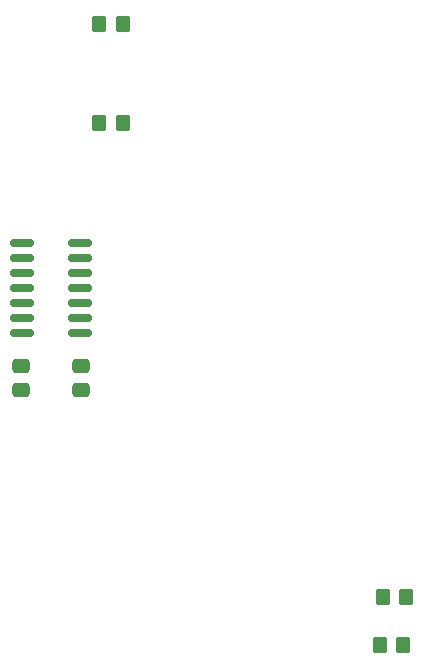
<source format=gbr>
%TF.GenerationSoftware,KiCad,Pcbnew,8.0.2-1*%
%TF.CreationDate,2024-12-19T12:27:28-05:00*%
%TF.ProjectId,Airbrake_ComputeBoard,41697262-7261-46b6-955f-436f6d707574,rev?*%
%TF.SameCoordinates,Original*%
%TF.FileFunction,Paste,Top*%
%TF.FilePolarity,Positive*%
%FSLAX46Y46*%
G04 Gerber Fmt 4.6, Leading zero omitted, Abs format (unit mm)*
G04 Created by KiCad (PCBNEW 8.0.2-1) date 2024-12-19 12:27:28*
%MOMM*%
%LPD*%
G01*
G04 APERTURE LIST*
G04 Aperture macros list*
%AMRoundRect*
0 Rectangle with rounded corners*
0 $1 Rounding radius*
0 $2 $3 $4 $5 $6 $7 $8 $9 X,Y pos of 4 corners*
0 Add a 4 corners polygon primitive as box body*
4,1,4,$2,$3,$4,$5,$6,$7,$8,$9,$2,$3,0*
0 Add four circle primitives for the rounded corners*
1,1,$1+$1,$2,$3*
1,1,$1+$1,$4,$5*
1,1,$1+$1,$6,$7*
1,1,$1+$1,$8,$9*
0 Add four rect primitives between the rounded corners*
20,1,$1+$1,$2,$3,$4,$5,0*
20,1,$1+$1,$4,$5,$6,$7,0*
20,1,$1+$1,$6,$7,$8,$9,0*
20,1,$1+$1,$8,$9,$2,$3,0*%
G04 Aperture macros list end*
%ADD10RoundRect,0.150000X0.825000X0.150000X-0.825000X0.150000X-0.825000X-0.150000X0.825000X-0.150000X0*%
%ADD11RoundRect,0.250000X0.350000X0.450000X-0.350000X0.450000X-0.350000X-0.450000X0.350000X-0.450000X0*%
%ADD12RoundRect,0.250000X-0.475000X0.337500X-0.475000X-0.337500X0.475000X-0.337500X0.475000X0.337500X0*%
G04 APERTURE END LIST*
D10*
%TO.C,U2*%
X150430000Y-99060000D03*
X150430000Y-97790000D03*
X150430000Y-96520000D03*
X150430000Y-95250000D03*
X150430000Y-93980000D03*
X150430000Y-92710000D03*
X150430000Y-91440000D03*
X145480000Y-91440000D03*
X145480000Y-92710000D03*
X145480000Y-93980000D03*
X145480000Y-95250000D03*
X145480000Y-96520000D03*
X145480000Y-97790000D03*
X145480000Y-99060000D03*
%TD*%
D11*
%TO.C,R2*%
X177800000Y-125476000D03*
X175800000Y-125476000D03*
%TD*%
D12*
%TO.C,C2*%
X145415000Y-101832500D03*
X145415000Y-103907500D03*
%TD*%
%TO.C,C1*%
X150495000Y-101832500D03*
X150495000Y-103907500D03*
%TD*%
D11*
%TO.C,R1*%
X178054000Y-121412000D03*
X176054000Y-121412000D03*
%TD*%
%TO.C,R3*%
X154035000Y-72898000D03*
X152035000Y-72898000D03*
%TD*%
%TO.C,R5*%
X154035000Y-81280000D03*
X152035000Y-81280000D03*
%TD*%
M02*

</source>
